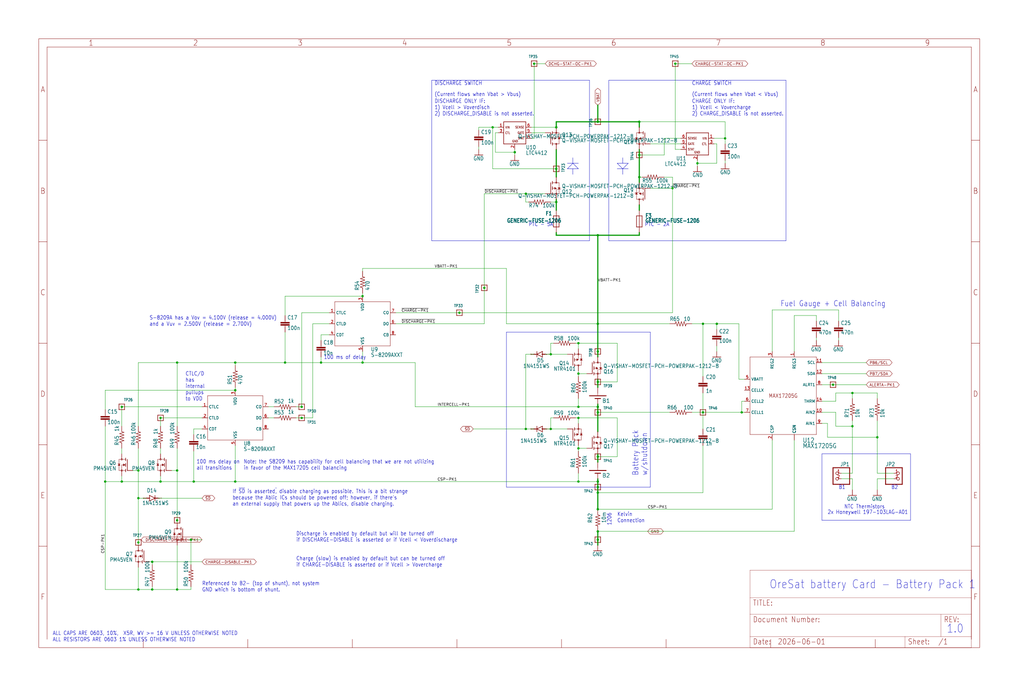
<source format=kicad_sch>
(kicad_sch (version 20230121) (generator eeschema)
  (paper "User" 469.9 317.627)
  (junction (at 274.32 209.55))
  (junction (at 107.95 166.37))
  (junction (at 166.37 135.89))
  (junction (at 147.32 166.37))
  (junction (at 322.58 148.59))
  (junction (at 81.28 166.37))
  (junction (at 87.63 247.65))
  (junction (at 48.26 220.98))
  (junction (at 138.43 186.69))
  (junction (at 274.32 107.95))
  (junction (at 222.25 132.08))
  (junction (at 73.66 191.77))
  (junction (at 255.27 58.42))
  (junction (at 274.32 243.84))
  (junction (at 391.16 180.34))
  (junction (at 274.32 161.29))
  (junction (at 309.88 29.21))
  (junction (at 391.16 195.58))
  (junction (at 210.82 143.51))
  (junction (at 255.27 92.71))
  (junction (at 252.73 196.85))
  (junction (at 265.43 191.77))
  (junction (at 265.43 220.98))
  (junction (at 81.28 270.51))
  (junction (at 245.11 29.21))
  (junction (at 308.61 86.36))
  (junction (at 236.22 69.85))
  (junction (at 293.37 55.88))
  (junction (at 63.5 215.9))
  (junction (at 402.59 200.66))
  (junction (at 81.28 238.76))
  (junction (at 382.27 176.53))
  (junction (at 293.37 71.12))
  (junction (at 69.85 257.81))
  (junction (at 265.43 186.69))
  (junction (at 252.73 162.56))
  (junction (at 320.04 74.93))
  (junction (at 107.95 220.98))
  (junction (at 265.43 157.48))
  (junction (at 73.66 220.98))
  (junction (at 274.32 226.06))
  (junction (at 274.32 175.26))
  (junction (at 226.06 58.42))
  (junction (at 274.32 220.98))
  (junction (at 274.32 148.59))
  (junction (at 130.81 166.37))
  (junction (at 55.88 186.69))
  (junction (at 293.37 81.28))
  (junction (at 63.5 248.92))
  (junction (at 332.74 63.5))
  (junction (at 81.28 215.9))
  (junction (at 274.32 55.88))
  (junction (at 274.32 189.23))
  (junction (at 166.37 166.37))
  (junction (at 69.85 270.51))
  (junction (at 322.58 189.23))
  (junction (at 255.27 77.47))
  (junction (at 55.88 220.98))
  (junction (at 340.36 189.23))
  (junction (at 138.43 191.77))
  (junction (at 88.9 220.98))
  (junction (at 63.5 228.6))
  (junction (at 274.32 233.68))
  (junction (at 241.3 196.85))
  (junction (at 328.93 148.59))
  (junction (at 274.32 186.69))
  (junction (at 63.5 270.51))
  (junction (at 241.3 88.9))
  (junction (at 265.43 205.74))
  (junction (at 274.32 247.65))
  (junction (at 107.95 179.07))
  (junction (at 274.32 223.52))
  (junction (at 265.43 171.45))
  (wire (pts (xy 87.63 270.51) (xy 87.63 269.24)) (stroke (width 0.1524)))
  (polyline (pts (xy 270.51 36.83) (xy 270.51 110.49)) (stroke (width 0.1524) (type solid)))
  (wire (pts (xy 269.24 205.74) (xy 265.43 205.74)) (stroke (width 0.1524)))
  (wire (pts (xy 383.54 189.23) (xy 383.54 195.58)) (stroke (width 0.1524)))
  (polyline (pts (xy 377.19 238.76) (xy 417.83 238.76)) (stroke (width 0.1524) (type solid)))
  (wire (pts (xy 190.5 166.37) (xy 166.37 166.37)) (stroke (width 0.1524)))
  (wire (pts (xy 391.16 217.17) (xy 386.08 217.17)) (stroke (width 0.1524)))
  (wire (pts (xy 181.61 148.59) (xy 222.25 148.59)) (stroke (width 0.1524)))
  (wire (pts (xy 135.89 186.69) (xy 138.43 186.69)) (stroke (width 0.1524)))
  (wire (pts (xy 328.93 66.04) (xy 328.93 74.93)) (stroke (width 0.1524)))
  (wire (pts (xy 340.36 189.23) (xy 340.36 184.15)) (stroke (width 0.1524)))
  (wire (pts (xy 63.5 195.58) (xy 63.5 166.37)) (stroke (width 0.1524)))
  (wire (pts (xy 341.63 189.23) (xy 340.36 189.23)) (stroke (width 0.1524)))
  (wire (pts (xy 327.66 66.04) (xy 328.93 66.04)) (stroke (width 0.1524)))
  (wire (pts (xy 332.74 73.66) (xy 332.74 74.93)) (stroke (width 0.1524)))
  (wire (pts (xy 55.88 195.58) (xy 55.88 186.69)) (stroke (width 0.1524)))
  (wire (pts (xy 274.32 185.42) (xy 274.32 186.69)) (stroke (width 0.508)))
  (wire (pts (xy 265.43 157.48) (xy 283.21 157.48)) (stroke (width 0.1524)))
  (wire (pts (xy 252.73 157.48) (xy 252.73 162.56)) (stroke (width 0.1524)))
  (wire (pts (xy 130.81 166.37) (xy 130.81 152.4)) (stroke (width 0.1524)))
  (wire (pts (xy 274.32 219.71) (xy 274.32 220.98)) (stroke (width 0.508)))
  (wire (pts (xy 341.63 173.99) (xy 339.09 173.99)) (stroke (width 0.1524)))
  (wire (pts (xy 107.95 220.98) (xy 107.95 204.47)) (stroke (width 0.1524)))
  (wire (pts (xy 143.51 148.59) (xy 151.13 148.59)) (stroke (width 0.1524)))
  (wire (pts (xy 123.19 191.77) (xy 125.73 191.77)) (stroke (width 0.1524)))
  (wire (pts (xy 274.32 212.09) (xy 274.32 209.55)) (stroke (width 0.508)))
  (wire (pts (xy 309.88 68.58) (xy 312.42 68.58)) (stroke (width 0.1524)))
  (wire (pts (xy 339.09 173.99) (xy 339.09 148.59)) (stroke (width 0.1524)))
  (wire (pts (xy 48.26 179.07) (xy 48.26 187.96)) (stroke (width 0.1524)))
  (wire (pts (xy 87.63 247.65) (xy 92.71 247.65)) (stroke (width 0.1524)))
  (wire (pts (xy 377.19 176.53) (xy 382.27 176.53)) (stroke (width 0.1524)))
  (wire (pts (xy 383.54 180.34) (xy 391.16 180.34)) (stroke (width 0.1524)))
  (wire (pts (xy 243.84 58.42) (xy 255.27 58.42)) (stroke (width 0.1524)))
  (wire (pts (xy 88.9 207.01) (xy 88.9 220.98)) (stroke (width 0.1524)))
  (wire (pts (xy 274.32 186.69) (xy 265.43 186.69)) (stroke (width 0.1524)))
  (wire (pts (xy 227.33 69.85) (xy 236.22 69.85)) (stroke (width 0.1524)))
  (polyline (pts (xy 260.35 77.47) (xy 262.89 77.47)) (stroke (width 0.1524) (type solid)))
  (wire (pts (xy 265.43 217.17) (xy 265.43 220.98)) (stroke (width 0.1524)))
  (polyline (pts (xy 232.41 152.4) (xy 298.45 152.4)) (stroke (width 0.1524) (type solid)))
  (wire (pts (xy 274.32 177.8) (xy 274.32 175.26)) (stroke (width 0.508)))
  (wire (pts (xy 391.16 182.88) (xy 391.16 180.34)) (stroke (width 0.1524)))
  (wire (pts (xy 48.26 220.98) (xy 48.26 270.51)) (stroke (width 0.1524)))
  (wire (pts (xy 63.5 215.9) (xy 63.5 205.74)) (stroke (width 0.1524)))
  (wire (pts (xy 384.81 142.24) (xy 384.81 147.32)) (stroke (width 0.1524)))
  (wire (pts (xy 81.28 215.9) (xy 78.74 215.9)) (stroke (width 0.1524)))
  (wire (pts (xy 402.59 217.17) (xy 410.21 217.17)) (stroke (width 0.1524)))
  (wire (pts (xy 274.32 247.65) (xy 274.32 250.19)) (stroke (width 0.508)))
  (wire (pts (xy 107.95 166.37) (xy 130.81 166.37)) (stroke (width 0.1524)))
  (wire (pts (xy 274.32 247.65) (xy 274.32 243.84)) (stroke (width 0.508)))
  (wire (pts (xy 377.19 189.23) (xy 383.54 189.23)) (stroke (width 0.1524)))
  (wire (pts (xy 81.28 215.9) (xy 81.28 238.76)) (stroke (width 0.1524)))
  (wire (pts (xy 67.31 228.6) (xy 63.5 228.6)) (stroke (width 0.1524)))
  (wire (pts (xy 210.82 143.51) (xy 181.61 143.51)) (stroke (width 0.1524)))
  (wire (pts (xy 364.49 144.78) (xy 364.49 161.29)) (stroke (width 0.1524)))
  (wire (pts (xy 274.32 55.88) (xy 293.37 55.88)) (stroke (width 0.508)))
  (wire (pts (xy 226.06 77.47) (xy 255.27 77.47)) (stroke (width 0.1524)))
  (wire (pts (xy 255.27 92.71) (xy 252.73 92.71)) (stroke (width 0.1524)))
  (wire (pts (xy 255.27 92.71) (xy 255.27 96.52)) (stroke (width 0.508)))
  (wire (pts (xy 328.93 151.13) (xy 328.93 148.59)) (stroke (width 0.1524)))
  (wire (pts (xy 130.81 135.89) (xy 130.81 144.78)) (stroke (width 0.1524)))
  (wire (pts (xy 265.43 186.69) (xy 190.5 186.69)) (stroke (width 0.1524)))
  (polyline (pts (xy 285.75 77.47) (xy 285.75 80.01)) (stroke (width 0.1524) (type solid)))
  (wire (pts (xy 304.8 63.5) (xy 304.8 71.12)) (stroke (width 0.1524)))
  (wire (pts (xy 274.32 107.95) (xy 293.37 107.95)) (stroke (width 0.508)))
  (wire (pts (xy 147.32 166.37) (xy 130.81 166.37)) (stroke (width 0.1524)))
  (wire (pts (xy 320.04 76.2) (xy 320.04 74.93)) (stroke (width 0.1524)))
  (wire (pts (xy 265.43 186.69) (xy 265.43 182.88)) (stroke (width 0.1524)))
  (wire (pts (xy 322.58 172.72) (xy 322.58 148.59)) (stroke (width 0.1524)))
  (wire (pts (xy 265.43 172.72) (xy 265.43 171.45)) (stroke (width 0.1524)))
  (wire (pts (xy 255.27 58.42) (xy 255.27 55.88)) (stroke (width 0.508)))
  (polyline (pts (xy 279.4 110.49) (xy 360.68 110.49)) (stroke (width 0.1524) (type solid)))
  (polyline (pts (xy 198.12 36.83) (xy 270.51 36.83)) (stroke (width 0.1524) (type solid)))
  (wire (pts (xy 60.96 215.9) (xy 63.5 215.9)) (stroke (width 0.1524)))
  (wire (pts (xy 92.71 186.69) (xy 55.88 186.69)) (stroke (width 0.1524)))
  (polyline (pts (xy 262.89 74.93) (xy 260.35 74.93)) (stroke (width 0.1524) (type solid)))
  (wire (pts (xy 245.11 162.56) (xy 241.3 162.56)) (stroke (width 0.1524)))
  (wire (pts (xy 283.21 175.26) (xy 283.21 157.48)) (stroke (width 0.1524)))
  (wire (pts (xy 87.63 247.65) (xy 87.63 259.08)) (stroke (width 0.1524)))
  (wire (pts (xy 264.16 157.48) (xy 265.43 157.48)) (stroke (width 0.1524)))
  (wire (pts (xy 69.85 257.81) (xy 69.85 259.08)) (stroke (width 0.1524)))
  (wire (pts (xy 250.19 88.9) (xy 241.3 88.9)) (stroke (width 0.1524)))
  (wire (pts (xy 68.58 257.81) (xy 69.85 257.81)) (stroke (width 0.1524)))
  (wire (pts (xy 252.73 162.56) (xy 260.35 162.56)) (stroke (width 0.1524)))
  (wire (pts (xy 166.37 166.37) (xy 166.37 161.29)) (stroke (width 0.1524)))
  (wire (pts (xy 166.37 166.37) (xy 147.32 166.37)) (stroke (width 0.1524)))
  (wire (pts (xy 308.61 86.36) (xy 308.61 143.51)) (stroke (width 0.1524)))
  (polyline (pts (xy 288.29 77.47) (xy 285.75 77.47)) (stroke (width 0.1524) (type solid)))
  (wire (pts (xy 166.37 123.19) (xy 232.41 123.19)) (stroke (width 0.1524)))
  (wire (pts (xy 81.28 270.51) (xy 87.63 270.51)) (stroke (width 0.1524)))
  (wire (pts (xy 274.32 233.68) (xy 354.33 233.68)) (stroke (width 0.1524)))
  (wire (pts (xy 377.19 171.45) (xy 397.51 171.45)) (stroke (width 0.1524)))
  (wire (pts (xy 391.16 219.71) (xy 386.08 219.71)) (stroke (width 0.1524)))
  (wire (pts (xy 402.59 219.71) (xy 402.59 224.79)) (stroke (width 0.1524)))
  (wire (pts (xy 374.65 147.32) (xy 374.65 144.78)) (stroke (width 0.1524)))
  (polyline (pts (xy 417.83 238.76) (xy 417.83 208.28)) (stroke (width 0.1524) (type solid)))
  (polyline (pts (xy 298.45 152.4) (xy 298.45 223.52)) (stroke (width 0.1524) (type solid)))
  (wire (pts (xy 107.95 166.37) (xy 81.28 166.37)) (stroke (width 0.1524)))
  (wire (pts (xy 48.26 220.98) (xy 48.26 195.58)) (stroke (width 0.1524)))
  (polyline (pts (xy 262.89 77.47) (xy 262.89 80.01)) (stroke (width 0.1524) (type solid)))
  (polyline (pts (xy 265.43 77.47) (xy 262.89 74.93)) (stroke (width 0.1524) (type solid)))
  (wire (pts (xy 293.37 55.88) (xy 293.37 58.42)) (stroke (width 0.508)))
  (wire (pts (xy 382.27 176.53) (xy 397.51 176.53)) (stroke (width 0.1524)))
  (wire (pts (xy 322.58 189.23) (xy 340.36 189.23)) (stroke (width 0.1524)))
  (wire (pts (xy 274.32 163.83) (xy 274.32 161.29)) (stroke (width 0.508)))
  (wire (pts (xy 243.84 60.96) (xy 250.19 60.96)) (stroke (width 0.1524)))
  (wire (pts (xy 147.32 156.21) (xy 147.32 153.67)) (stroke (width 0.1524)))
  (wire (pts (xy 241.3 162.56) (xy 241.3 196.85)) (stroke (width 0.1524)))
  (wire (pts (xy 255.27 91.44) (xy 255.27 92.71)) (stroke (width 0.508)))
  (wire (pts (xy 241.3 88.9) (xy 222.25 88.9)) (stroke (width 0.1524)))
  (wire (pts (xy 255.27 107.95) (xy 274.32 107.95)) (stroke (width 0.508)))
  (wire (pts (xy 274.32 198.12) (xy 274.32 189.23)) (stroke (width 0.508)))
  (wire (pts (xy 138.43 143.51) (xy 151.13 143.51)) (stroke (width 0.1524)))
  (wire (pts (xy 265.43 191.77) (xy 283.21 191.77)) (stroke (width 0.1524)))
  (polyline (pts (xy 285.75 77.47) (xy 283.21 77.47)) (stroke (width 0.1524) (type solid)))
  (wire (pts (xy 250.19 196.85) (xy 252.73 196.85)) (stroke (width 0.1524)))
  (polyline (pts (xy 265.43 74.93) (xy 262.89 74.93)) (stroke (width 0.1524) (type solid)))
  (wire (pts (xy 265.43 157.48) (xy 265.43 160.02)) (stroke (width 0.1524)))
  (wire (pts (xy 63.5 270.51) (xy 63.5 260.35)) (stroke (width 0.1524)))
  (wire (pts (xy 250.19 162.56) (xy 252.73 162.56)) (stroke (width 0.1524)))
  (wire (pts (xy 232.41 148.59) (xy 274.32 148.59)) (stroke (width 0.1524)))
  (wire (pts (xy 377.19 166.37) (xy 397.51 166.37)) (stroke (width 0.1524)))
  (wire (pts (xy 92.71 196.85) (xy 88.9 196.85)) (stroke (width 0.1524)))
  (wire (pts (xy 69.85 257.81) (xy 92.71 257.81)) (stroke (width 0.1524)))
  (wire (pts (xy 166.37 135.89) (xy 166.37 134.62)) (stroke (width 0.1524)))
  (wire (pts (xy 293.37 81.28) (xy 293.37 71.12)) (stroke (width 0.508)))
  (wire (pts (xy 265.43 204.47) (xy 265.43 205.74)) (stroke (width 0.1524)))
  (polyline (pts (xy 262.89 74.93) (xy 260.35 77.47)) (stroke (width 0.1524) (type solid)))
  (wire (pts (xy 219.71 59.69) (xy 219.71 58.42)) (stroke (width 0.1524)))
  (wire (pts (xy 48.26 270.51) (xy 63.5 270.51)) (stroke (width 0.1524)))
  (wire (pts (xy 73.66 220.98) (xy 88.9 220.98)) (stroke (width 0.1524)))
  (wire (pts (xy 354.33 201.93) (xy 354.33 233.68)) (stroke (width 0.1524)))
  (polyline (pts (xy 262.89 77.47) (xy 265.43 77.47)) (stroke (width 0.1524) (type solid)))
  (wire (pts (xy 135.89 191.77) (xy 138.43 191.77)) (stroke (width 0.1524)))
  (wire (pts (xy 107.95 179.07) (xy 107.95 177.8)) (stroke (width 0.1524)))
  (wire (pts (xy 308.61 81.28) (xy 308.61 86.36)) (stroke (width 0.1524)))
  (wire (pts (xy 377.19 184.15) (xy 383.54 184.15)) (stroke (width 0.1524)))
  (wire (pts (xy 293.37 107.95) (xy 293.37 106.68)) (stroke (width 0.508)))
  (wire (pts (xy 63.5 215.9) (xy 63.5 228.6)) (stroke (width 0.1524)))
  (wire (pts (xy 254 191.77) (xy 252.73 191.77)) (stroke (width 0.1524)))
  (wire (pts (xy 391.16 180.34) (xy 402.59 180.34)) (stroke (width 0.1524)))
  (wire (pts (xy 328.93 74.93) (xy 320.04 74.93)) (stroke (width 0.1524)))
  (polyline (pts (xy 232.41 223.52) (xy 298.45 223.52)) (stroke (width 0.1524) (type solid)))
  (wire (pts (xy 274.32 148.59) (xy 307.34 148.59)) (stroke (width 0.1524)))
  (wire (pts (xy 402.59 180.34) (xy 402.59 182.88)) (stroke (width 0.1524)))
  (wire (pts (xy 274.32 175.26) (xy 274.32 173.99)) (stroke (width 0.508)))
  (wire (pts (xy 274.32 189.23) (xy 307.34 189.23)) (stroke (width 0.1524)))
  (wire (pts (xy 264.16 191.77) (xy 265.43 191.77)) (stroke (width 0.1524)))
  (wire (pts (xy 255.27 55.88) (xy 274.32 55.88)) (stroke (width 0.508)))
  (wire (pts (xy 274.32 226.06) (xy 274.32 223.52)) (stroke (width 0.508)))
  (wire (pts (xy 48.26 220.98) (xy 55.88 220.98)) (stroke (width 0.1524)))
  (wire (pts (xy 72.39 228.6) (xy 92.71 228.6)) (stroke (width 0.1524)))
  (wire (pts (xy 81.28 238.76) (xy 81.28 240.03)) (stroke (width 0.1524)))
  (wire (pts (xy 402.59 200.66) (xy 402.59 193.04)) (stroke (width 0.1524)))
  (wire (pts (xy 226.06 58.42) (xy 219.71 58.42)) (stroke (width 0.1524)))
  (wire (pts (xy 123.19 186.69) (xy 125.73 186.69)) (stroke (width 0.1524)))
  (wire (pts (xy 73.66 218.44) (xy 73.66 220.98)) (stroke (width 0.1524)))
  (wire (pts (xy 298.45 66.04) (xy 312.42 66.04)) (stroke (width 0.1524)))
  (wire (pts (xy 107.95 179.07) (xy 48.26 179.07)) (stroke (width 0.1524)))
  (wire (pts (xy 241.3 196.85) (xy 245.11 196.85)) (stroke (width 0.1524)))
  (polyline (pts (xy 232.41 152.4) (xy 232.41 223.52)) (stroke (width 0.1524) (type solid)))
  (wire (pts (xy 69.85 270.51) (xy 81.28 270.51)) (stroke (width 0.1524)))
  (wire (pts (xy 308.61 86.36) (xy 298.45 86.36)) (stroke (width 0.1524)))
  (wire (pts (xy 245.11 63.5) (xy 245.11 29.21)) (stroke (width 0.1524)))
  (wire (pts (xy 274.32 223.52) (xy 274.32 220.98)) (stroke (width 0.508)))
  (polyline (pts (xy 417.83 208.28) (xy 377.19 208.28)) (stroke (width 0.1524) (type solid)))
  (wire (pts (xy 383.54 195.58) (xy 391.16 195.58)) (stroke (width 0.1524)))
  (wire (pts (xy 81.28 166.37) (xy 63.5 166.37)) (stroke (width 0.1524)))
  (wire (pts (xy 340.36 184.15) (xy 341.63 184.15)) (stroke (width 0.1524)))
  (wire (pts (xy 328.93 148.59) (xy 339.09 148.59)) (stroke (width 0.1524)))
  (wire (pts (xy 364.49 201.93) (xy 364.49 243.84)) (stroke (width 0.1524)))
  (polyline (pts (xy 360.68 36.83) (xy 360.68 110.49)) (stroke (width 0.1524) (type solid)))
  (wire (pts (xy 232.41 148.59) (xy 232.41 123.19)) (stroke (width 0.1524)))
  (wire (pts (xy 274.32 55.88) (xy 274.32 48.26)) (stroke (width 0.508)))
  (wire (pts (xy 228.6 60.96) (xy 227.33 60.96)) (stroke (width 0.1524)))
  (wire (pts (xy 322.58 189.23) (xy 322.58 180.34)) (stroke (width 0.1524)))
  (wire (pts (xy 222.25 88.9) (xy 222.25 132.08)) (stroke (width 0.1524)))
  (wire (pts (xy 245.11 29.21) (xy 250.19 29.21)) (stroke (width 0.1524)))
  (wire (pts (xy 308.61 143.51) (xy 210.82 143.51)) (stroke (width 0.1524)))
  (polyline (pts (xy 198.12 110.49) (xy 198.12 36.83)) (stroke (width 0.1524) (type solid)))
  (wire (pts (xy 226.06 77.47) (xy 226.06 58.42)) (stroke (width 0.1524)))
  (wire (pts (xy 147.32 153.67) (xy 151.13 153.67)) (stroke (width 0.1524)))
  (polyline (pts (xy 262.89 74.93) (xy 262.89 72.39)) (stroke (width 0.1524) (type solid)))
  (wire (pts (xy 293.37 96.52) (xy 293.37 93.98)) (stroke (width 0.508)))
  (polyline (pts (xy 377.19 208.28) (xy 377.19 238.76)) (stroke (width 0.1524) (type solid)))
  (wire (pts (xy 317.5 189.23) (xy 322.58 189.23)) (stroke (width 0.1524)))
  (wire (pts (xy 322.58 148.59) (xy 328.93 148.59)) (stroke (width 0.1524)))
  (wire (pts (xy 190.5 186.69) (xy 190.5 166.37)) (stroke (width 0.1524)))
  (polyline (pts (xy 279.4 36.83) (xy 279.4 110.49)) (stroke (width 0.1524) (type solid)))
  (wire (pts (xy 147.32 166.37) (xy 147.32 163.83)) (stroke (width 0.1524)))
  (wire (pts (xy 309.88 29.21) (xy 317.5 29.21)) (stroke (width 0.1524)))
  (wire (pts (xy 241.3 92.71) (xy 242.57 92.71)) (stroke (width 0.1524)))
  (wire (pts (xy 391.16 195.58) (xy 391.16 193.04)) (stroke (width 0.1524)))
  (wire (pts (xy 55.88 208.28) (xy 55.88 205.74)) (stroke (width 0.1524)))
  (wire (pts (xy 63.5 228.6) (xy 63.5 248.92)) (stroke (width 0.1524)))
  (wire (pts (xy 73.66 205.74) (xy 73.66 208.28)) (stroke (width 0.1524)))
  (wire (pts (xy 241.3 196.85) (xy 217.17 196.85)) (stroke (width 0.1524)))
  (wire (pts (xy 294.64 81.28) (xy 293.37 81.28)) (stroke (width 0.1524)))
  (wire (pts (xy 138.43 186.69) (xy 138.43 143.51)) (stroke (width 0.1524)))
  (wire (pts (xy 265.43 220.98) (xy 107.95 220.98)) (stroke (width 0.1524)))
  (wire (pts (xy 354.33 161.29) (xy 354.33 142.24)) (stroke (width 0.1524)))
  (wire (pts (xy 265.43 171.45) (xy 265.43 170.18)) (stroke (width 0.1524)))
  (wire (pts (xy 265.43 191.77) (xy 265.43 194.31)) (stroke (width 0.1524)))
  (wire (pts (xy 379.73 194.31) (xy 379.73 200.66)) (stroke (width 0.1524)))
  (wire (pts (xy 63.5 248.92) (xy 63.5 250.19)) (stroke (width 0.1524)))
  (wire (pts (xy 252.73 196.85) (xy 260.35 196.85)) (stroke (width 0.1524)))
  (wire (pts (xy 227.33 60.96) (xy 227.33 69.85)) (stroke (width 0.1524)))
  (wire (pts (xy 274.32 209.55) (xy 274.32 208.28)) (stroke (width 0.508)))
  (wire (pts (xy 55.88 220.98) (xy 73.66 220.98)) (stroke (width 0.1524)))
  (wire (pts (xy 236.22 71.12) (xy 236.22 69.85)) (stroke (width 0.1524)))
  (wire (pts (xy 63.5 270.51) (xy 69.85 270.51)) (stroke (width 0.1524)))
  (wire (pts (xy 283.21 191.77) (xy 283.21 209.55)) (stroke (width 0.1524)))
  (wire (pts (xy 379.73 200.66) (xy 402.59 200.66)) (stroke (width 0.1524)))
  (wire (pts (xy 255.27 77.47) (xy 255.27 81.28)) (stroke (width 0.508)))
  (polyline (pts (xy 288.29 74.93) (xy 285.75 77.47)) (stroke (width 0.1524) (type solid)))
  (wire (pts (xy 327.66 63.5) (xy 332.74 63.5)) (stroke (width 0.1524)))
  (wire (pts (xy 254 157.48) (xy 252.73 157.48)) (stroke (width 0.1524)))
  (wire (pts (xy 138.43 191.77) (xy 143.51 191.77)) (stroke (width 0.1524)))
  (wire (pts (xy 383.54 184.15) (xy 383.54 180.34)) (stroke (width 0.1524)))
  (wire (pts (xy 374.65 156.21) (xy 374.65 154.94)) (stroke (width 0.1524)))
  (wire (pts (xy 410.21 219.71) (xy 402.59 219.71)) (stroke (width 0.1524)))
  (wire (pts (xy 73.66 195.58) (xy 73.66 191.77)) (stroke (width 0.1524)))
  (polyline (pts (xy 285.75 74.93) (xy 288.29 74.93)) (stroke (width 0.1524) (type solid)))
  (wire (pts (xy 322.58 204.47) (xy 322.58 226.06)) (stroke (width 0.1524)))
  (wire (pts (xy 309.88 29.21) (xy 309.88 68.58)) (stroke (width 0.1524)))
  (wire (pts (xy 81.28 270.51) (xy 81.28 250.19)) (stroke (width 0.1524)))
  (wire (pts (xy 228.6 58.42) (xy 226.06 58.42)) (stroke (width 0.1524)))
  (wire (pts (xy 88.9 196.85) (xy 88.9 199.39)) (stroke (width 0.1524)))
  (wire (pts (xy 274.32 189.23) (xy 274.32 186.69)) (stroke (width 0.508)))
  (wire (pts (xy 265.43 205.74) (xy 265.43 207.01)) (stroke (width 0.1524)))
  (wire (pts (xy 274.32 161.29) (xy 274.32 148.59)) (stroke (width 0.508)))
  (wire (pts (xy 283.21 209.55) (xy 274.32 209.55)) (stroke (width 0.1524)))
  (wire (pts (xy 377.19 194.31) (xy 379.73 194.31)) (stroke (width 0.1524)))
  (wire (pts (xy 384.81 156.21) (xy 384.81 154.94)) (stroke (width 0.1524)))
  (polyline (pts (xy 285.75 77.47) (xy 283.21 74.93)) (stroke (width 0.1524) (type solid)))
  (wire (pts (xy 304.8 71.12) (xy 293.37 71.12)) (stroke (width 0.1524)))
  (wire (pts (xy 86.36 247.65) (xy 87.63 247.65)) (stroke (width 0.1524)))
  (wire (pts (xy 320.04 74.93) (xy 320.04 73.66)) (stroke (width 0.1524)))
  (wire (pts (xy 274.32 107.95) (xy 274.32 148.59)) (stroke (width 0.508)))
  (wire (pts (xy 81.28 215.9) (xy 81.28 205.74)) (stroke (width 0.1524)))
  (wire (pts (xy 166.37 124.46) (xy 166.37 123.19)) (stroke (width 0.1524)))
  (wire (pts (xy 243.84 63.5) (xy 245.11 63.5)) (stroke (width 0.1524)))
  (wire (pts (xy 317.5 148.59) (xy 322.58 148.59)) (stroke (width 0.1524)))
  (wire (pts (xy 69.85 269.24) (xy 69.85 270.51)) (stroke (width 0.1524)))
  (polyline (pts (xy 279.4 36.83) (xy 360.68 36.83)) (stroke (width 0.1524) (type solid)))
  (wire (pts (xy 274.32 220.98) (xy 265.43 220.98)) (stroke (width 0.1524)))
  (wire (pts (xy 55.88 218.44) (xy 55.88 220.98)) (stroke (width 0.1524)))
  (wire (pts (xy 332.74 63.5) (xy 332.74 66.04)) (stroke (width 0.1524)))
  (wire (pts (xy 354.33 142.24) (xy 384.81 142.24)) (stroke (width 0.1524)))
  (wire (pts (xy 391.16 195.58) (xy 391.16 217.17)) (stroke (width 0.1524)))
  (wire (pts (xy 402.59 200.66) (xy 402.59 217.17)) (stroke (width 0.1524)))
  (wire (pts (xy 274.32 226.06) (xy 274.32 233.68)) (stroke (width 0.508)))
  (wire (pts (xy 293.37 83.82) (xy 293.37 81.28)) (stroke (width 0.508)))
  (wire (pts (xy 252.73 191.77) (xy 252.73 196.85)) (stroke (width 0.1524)))
  (polyline (pts (xy 285.75 74.93) (xy 285.75 72.39)) (stroke (width 0.1524) (type solid)))
  (wire (pts (xy 222.25 148.59) (xy 222.25 132.08)) (stroke (width 0.1524)))
  (wire (pts (xy 274.32 175.26) (xy 283.21 175.26)) (stroke (width 0.1524)))
  (wire (pts (xy 255.27 106.68) (xy 255.27 107.95)) (stroke (width 0.508)))
  (wire (pts (xy 274.32 226.06) (xy 322.58 226.06)) (stroke (width 0.1524)))
  (wire (pts (xy 269.24 171.45) (xy 265.43 171.45)) (stroke (width 0.1524)))
  (wire (pts (xy 322.58 196.85) (xy 322.58 189.23)) (stroke (width 0.1524)))
  (polyline (pts (xy 283.21 74.93) (xy 285.75 74.93)) (stroke (width 0.1524) (type solid)))
  (wire (pts (xy 92.71 191.77) (xy 73.66 191.77)) (stroke (width 0.1524)))
  (wire (pts (xy 312.42 63.5) (xy 304.8 63.5)) (stroke (width 0.1524)))
  (wire (pts (xy 166.37 135.89) (xy 130.81 135.89)) (stroke (width 0.1524)))
  (wire (pts (xy 328.93 158.75) (xy 328.93 161.29)) (stroke (width 0.1524)))
  (wire (pts (xy 81.28 195.58) (xy 81.28 166.37)) (stroke (width 0.1524)))
  (wire (pts (xy 293.37 68.58) (xy 293.37 71.12)) (stroke (width 0.508)))
  (wire (pts (xy 107.95 167.64) (xy 107.95 166.37)) (stroke (width 0.1524)))
  (wire (pts (xy 143.51 191.77) (xy 143.51 148.59)) (stroke (width 0.1524)))
  (wire (pts (xy 391.16 219.71) (xy 391.16 224.79)) (stroke (width 0.1524)))
  (wire (pts (xy 274.32 243.84) (xy 364.49 243.84)) (stroke (width 0.1524)))
  (wire (pts (xy 293.37 55.88) (xy 332.74 55.88)) (stroke (width 0.1524)))
  (wire (pts (xy 255.27 68.58) (xy 255.27 77.47)) (stroke (width 0.508)))
  (wire (pts (xy 241.3 88.9) (xy 241.3 92.71)) (stroke (width 0.1524)))
  (wire (pts (xy 236.22 69.85) (xy 236.22 68.58)) (stroke (width 0.1524)))
  (wire (pts (xy 88.9 220.98) (xy 107.95 220.98)) (stroke (width 0.1524)))
  (polyline (pts (xy 270.51 110.49) (xy 198.12 110.49)) (stroke (width 0.1524) (type solid)))
  (wire (pts (xy 304.8 81.28) (xy 308.61 81.28)) (stroke (width 0.1524)))
  (wire (pts (xy 374.65 144.78) (xy 364.49 144.78)) (stroke (width 0.1524)))
  (wire (pts (xy 332.74 55.88) (xy 332.74 63.5)) (stroke (width 0.1524)))
  (wire (pts (xy 219.71 67.31) (xy 219.71 68.58)) (stroke (width 0.1524)))
  (text "NTC Thermistors" (at 387.35 233.68 0) (effects (font (size 1.778 1.5113)) (justify left bottom)))
  (text "CHARGE ONLY IF:\n1) Vcell < Vovercharge\n2) CHARGE_DISABLE is not asserted." (at 317.5 53.34 0) (effects (font (size 1.778 1.5113)) (justify left bottom)))
  (text "Charge (slow) is enabled by default but can be turned off\nif CHARGE-DISABLE is asserted or if Vcell > Vovercharge" (at 135.89 260.35 0) (effects (font (size 1.778 1.5113)) (justify left bottom)))
  (text "DISCHARGE SWITCH" (at 199.39 39.37 0) (effects (font (size 1.778 1.5113)) (justify left bottom)))
  (text "Battery Pack\nw/shutdown" (at 297.18 218.44 90) (effects (font (size 2.54 2.159)) (justify left bottom)))
  (text "100 ms of delay" (at 148.59 165.1 0) (effects (font (size 1.778 1.5113)) (justify left bottom)))
  (text "(Current flows when Vbat < Vbus)" (at 317.5 44.45 0) (effects (font (size 1.778 1.5113)) (justify left bottom)))
  (text "ALL CAPS ARE 0603, 10%,  X5R, WV >= 16 V UNLESS OTHERWISE NOTED\nALL RESISTORS ARE 0603 1% UNLESS OTHERWISE NOTED" (at 24.13 294.64 0) (effects (font (size 1.778 1.5113)) (justify left bottom)))
  (text "1.0" (at 434.34 290.83 0) (effects (font (size 3.81 3.2385)) (justify left bottom)))
  (text "PTC - 2A" (at 295.91 104.14 0) (effects (font (size 1.778 1.5113)) (justify left bottom)))
  (text "Fuel Gauge + Cell Balancing" (at 358.14 140.97 0) (effects (font (size 2.54 2.159)) (justify left bottom)))
  (text "B1" (at 384.81 224.79 0) (effects (font (size 1.778 1.5113)) (justify left bottom)))
  (text "If ~{SD} is asserted~{,} disable charging as possible. This is a bit strange\nbecause the Ablic ICs should be powered off; however, if there's\nan external supply that powers up the Ablics, disable charging." (at 106.68 232.41 0) (effects (font (size 1.778 1.5113)) (justify left bottom)))
  (text "Referenced to B2- (top of shunt), not system\nGND which is bottom of shunt." (at 92.71 271.78 0) (effects (font (size 1.778 1.5113)) (justify left bottom)))
  (text "Note: the S8209 has capability for cell balancing that we are not utilizing\nin favor of the MAX17205 cell balancing" (at 111.76 215.9 0) (effects (font (size 1.778 1.5113)) (justify left bottom)))
  (text "DISCHARGE ONLY IF:\n1) Vcell > Voverdisch\n2) DISCHARGE_DISABLE is not asserted." (at 199.39 53.34 0) (effects (font (size 1.778 1.5113)) (justify left bottom)))
  (text "Discharge is enabled by default but will be turned off\nif DISCHARGE-DISABLE is asserted or if Vcell < Voverdischarge" (at 135.89 248.92 0) (effects (font (size 1.778 1.5113)) (justify left bottom)))
  (text "OreSat battery Card - Battery Pack 1" (at 353.06 270.51 0) (effects (font (size 3.81 3.2385)) (justify left bottom)))
  (text "Kelvin\nConnection" (at 283.21 240.03 0) (effects (font (size 1.778 1.5113)) (justify left bottom)))
  (text "CTLC/D\nhas\ninternal\npullups\nto VDD" (at 85.09 184.15 0) (effects (font (size 1.778 1.5113)) (justify left bottom)))
  (text "S-8209A has a Vov = 4.100V (release = 4.000V)\nand a Vuv = 2.500V (release = 2.700V)" (at 68.58 149.86 0) (effects (font (size 1.778 1.5113)) (justify left bottom)))
  (text "CHARGE SWITCH" (at 317.5 39.37 0) (effects (font (size 1.778 1.5113)) (justify left bottom)))
  (text "1206" (at 280.67 241.3 90) (effects (font (size 1.778 1.5113)) (justify left bottom)))
  (text "PTC - 5A" (at 242.57 104.14 0) (effects (font (size 1.778 1.5113)) (justify left bottom)))
  (text "100 ms delay on\nall transitions" (at 90.17 215.9 0) (effects (font (size 1.778 1.5113)) (justify left bottom)))
  (text "2x Honeywell 197-103LAG-A01" (at 379.73 236.22 0) (effects (font (size 1.778 1.5113)) (justify left bottom)))
  (text "B2" (at 408.94 224.79 0) (effects (font (size 1.778 1.5113)) (justify left bottom)))
  (text "(Current flows when Vbat > Vbus)" (at 199.39 44.45 0) (effects (font (size 1.778 1.5113)) (justify left bottom)))
  (label "~{CHARGE-PK1}" (at 184.15 143.51 0) (effects (font (size 1.2446 1.2446))))
  (label "CSP-PK1" (at 297.18 233.68 0) (effects (font (size 1.2446 1.2446))))
  (label "~{DISCHARGE-PK1}" (at 184.15 148.59 0) (effects (font (size 1.2446 1.2446))))
  (label "VBATT-PK1" (at 199.39 123.19 0) (effects (font (size 1.2446 1.2446))))
  (label "INTERCELL-PK1" (at 200.66 186.69 0) (effects (font (size 1.2446 1.2446))))
  (label "~{CHARGE-PK1}" (at 308.61 86.36 0) (effects (font (size 1.2446 1.2446))))
  (label "CSP-PK1" (at 48.26 254 90) (effects (font (size 1.2446 1.2446))))
  (label "~{DISCHARGE-PK1}" (at 222.25 88.9 0) (effects (font (size 1.2446 1.2446))))
  (label "VBATT-PK1" (at 274.32 129.54 0) (effects (font (size 1.2446 1.2446))))
  (label "CSP-PK1" (at 200.66 220.98 0) (effects (font (size 1.2446 1.2446))))
  (global_label "PB7/SDA" (shape bidirectional) (at 397.51 171.45 0) (effects (font (size 1.2446 1.2446))) (property "Intersheetrefs" "${INTERSHEET_REFS}" (effects hide)))
  (global_label "GND" (shape bidirectional) (at 297.18 243.84 0) (effects (font (size 1.2446 1.2446))) (property "Intersheetrefs" "${INTERSHEET_REFS}" (effects hide)))
  (global_label "~{SD}" (shape bidirectional) (at 217.17 196.85 180) (effects (font (size 1.2446 1.2446))) (property "Intersheetrefs" "${INTERSHEET_REFS}" (effects hide)))
  (global_label "ALERTA-PK1" (shape bidirectional) (at 397.51 176.53 0) (effects (font (size 1.2446 1.2446))) (property "Intersheetrefs" "${INTERSHEET_REFS}" (effects hide)))
  (global_label "VBAT" (shape bidirectional) (at 274.32 48.26 90) (effects (font (size 1.2446 1.2446))) (property "Intersheetrefs" "${INTERSHEET_REFS}" (effects hide)))
  (global_label "CHARGE-DISABLE-PK1" (shape bidirectional) (at 92.71 257.81 0) (effects (font (size 1.2446 1.2446))) (property "Intersheetrefs" "${INTERSHEET_REFS}" (effects hide)))
  (global_label "~{SD}" (shape bidirectional) (at 92.71 228.6 0) (effects (font (size 1.2446 1.2446))) (property "Intersheetrefs" "${INTERSHEET_REFS}" (effects hide)))
  (global_label "CHARGE-STAT-OC-PK1" (shape bidirectional) (at 317.5 29.21 0) (effects (font (size 1.2446 1.2446))) (property "Intersheetrefs" "${INTERSHEET_REFS}" (effects hide)))
  (global_label "DISCHARGE-DISABLE-PK1" (shape bidirectional) (at 92.71 247.65 180) (effects (font (size 1.2446 1.2446))) (property "Intersheetrefs" "${INTERSHEET_REFS}" (effects hide)))
  (global_label "PB6/SCL" (shape bidirectional) (at 397.51 166.37 0) (effects (font (size 1.2446 1.2446))) (property "Intersheetrefs" "${INTERSHEET_REFS}" (effects hide)))
  (global_label "DCHG-STAT-OC-PK1" (shape bidirectional) (at 250.19 29.21 0) (effects (font (size 1.2446 1.2446))) (property "Intersheetrefs" "${INTERSHEET_REFS}" (effects hide)))
  (symbol (lib_id "oresat-batteries-eagle-import:P-MOSFET-SOT23-3") (at 262.89 199.39 0) (unit 1)
    (property "Reference" "Q15" (at 256.54 201.93 0) (effects (font (size 1.778 1.5113)) (justify left bottom)))
    (property "Value" "NTR4101" (at 254 204.47 0) (effects (font (size 1.778 1.5113)) (justify left bottom)))
    (property "Footprint" "oresat-batteries:SOT23-3" (effects hide))
    (property "DIS" "Digi-Key" (effects hide))
    (property "DPN" "NTR4101PT1GOSCT-ND" (effects hide))
    (property "MFR" "ON Semi" (effects hide))
    (property "MPN" "NTR4101PT1G" (effects hide))
  )
  (symbol (lib_id "oresat-batteries-eagle-import:TEST-POINT-LARGE-SQUARE") (at 322.58 189.23 0) (mirror y) (unit 1)
    (property "Reference" "TP46" (at 325.12 187.96 0) (effects (font (size 1.27 1.0795)) (justify right bottom)))
    (property "Value" "TEST-POINT-LARGE-SQUARE" (effects hide))
    (property "Footprint" "oresat-batteries:1X01" (effects hide))
  )
  (symbol (lib_id "oresat-batteries-eagle-import:frames_FRAME_B_L") (at 344.17 297.18 0) (unit 2)
    (property "Reference" "#FRAME4" (effects hide))
    (property "Value" "FRAME_B_L" (effects hide))
  )
  (symbol (lib_id "oresat-batteries-eagle-import:supply1_GND") (at 236.22 73.66 0) (unit 1)
    (property "Reference" "#GND045" (effects hide))
    (property "Value" "GND" (at 233.68 76.2 0) (effects (font (size 1.778 1.5113)) (justify left bottom)))
  )
  (symbol (lib_id "oresat-batteries-eagle-import:Q-VISHAY-MOSFET-PCH-POWERPAK-1212-8") (at 295.91 88.9 0) (mirror y) (unit 1)
    (property "Reference" "Q19" (at 290.83 88.265 0) (effects (font (size 1.778 1.5113)) (justify left bottom)))
    (property "Value" "Q-VISHAY-MOSFET-PCH-POWERPAK-1212-8" (at 290.83 90.805 0) (effects (font (size 1.778 1.5113)) (justify left bottom)))
    (property "Footprint" "oresat-batteries:POWERPAK-1212-8" (effects hide))
    (property "DIS" "Digi-Key" (effects hide))
    (property "DPN" "SI7625DN-T1-GE3CT-ND" (effects hide))
    (property "MFR" "Vishay" (effects hide))
    (property "MPN" "SI7625DN-T1-GE3" (effects hide))
  )
  (symbol (lib_id "oresat-batteries-eagle-import:N-MOSFET-SOT-23-3") (at 76.2 213.36 0) (mirror y) (unit 1)
    (property "Reference" "Q8" (at 71.12 213.36 0) (effects (font (size 1.778 1.5113)) (justify left bottom)))
    (property "Value" "PM45VEN" (at 71.12 215.9 0) (effects (font (size 1.778 1.5113)) (justify left bottom)))
    (property "Footprint" "oresat-batteries:SOT23-3" (effects hide))
    (property "DIS" "Digi-Key" (effects hide))
    (property "DPN" "1727-2307-1-ND" (effects hide))
    (property "MFR" "Nexperia" (effects hide))
    (property "MPN" "PMV45EN2R" (effects hide))
  )
  (symbol (lib_id "oresat-batteries-eagle-import:DIODE-SOD323-R") (at 247.65 162.56 0) (mirror y) (unit 1)
    (property "Reference" "D5" (at 246.38 166.37 0) (effects (font (size 1.778 1.5113)) (justify right bottom)))
    (property "Value" "1N4151WS" (at 240.03 168.91 0) (effects (font (size 1.778 1.5113)) (justify right bottom)))
    (property "Footprint" "oresat-batteries:SOD323-R" (effects hide))
    (property "DIS" "Digi-Key" (effects hide))
    (property "DPN" "112-1N4151WS-E3-08CT-ND " (effects hide))
    (property "MFR" "Vishay" (effects hide))
    (property "MPN" "1N4151WS-E3-08" (effects hide))
  )
  (symbol (lib_id "oresat-batteries-eagle-import:GENERIC-FUSE-1206") (at 255.27 101.6 90) (unit 1)
    (property "Reference" "F1" (at 250.19 99.06 90) (effects (font (size 1.778 1.5113) bold) (justify right top)))
    (property "Value" "GENERIC-FUSE-1206" (at 232.41 102.362 90) (effects (font (size 1.778 1.5113) bold) (justify right top)))
    (property "Footprint" "oresat-batteries:1206-C" (effects hide))
    (property "DIS" "Digi-Key" (effects hide))
    (property "DPN" "F9966CT-ND" (effects hide))
    (property "MFR" "LittleFuse" (effects hide))
    (property "MPN" "NANOSMD350LR-C-2" (effects hide))
  )
  (symbol (lib_id "oresat-batteries-eagle-import:R-US_0603-C-NOSILK") (at 130.81 191.77 0) (unit 1)
    (property "Reference" "R53" (at 125.73 190.2714 0) (effects (font (size 1.778 1.5113)) (justify left bottom)))
    (property "Value" "1k" (at 132.08 189.992 0) (effects (font (size 1.778 1.5113)) (justify left bottom)))
    (property "Footprint" "oresat-batteries:.0603-C-NOSILK" (effects hide))
    (property "DIS" "Yageo" (effects hide))
    (property "DPN" "RC0603JR-071KL" (effects hide))
    (property "MPN" "311-1.0KGRCT-ND" (effects hide))
  )
  (symbol (lib_id "oresat-batteries-eagle-import:C-EU0603-C-NOSILK") (at 328.93 153.67 0) (unit 1)
    (property "Reference" "C22" (at 329.946 153.035 0) (effects (font (size 1.778 1.5113)) (justify left bottom)))
    (property "Value" "100n" (at 329.946 157.353 0) (effects (font (size 1.778 1.5113)) (justify left bottom)))
    (property "Footprint" "oresat-batteries:.0603-C-NOSILK" (effects hide))
    (property "DIS" "Digi-Key" (effects hide))
    (property "DPN" "399-1099-1-ND" (effects hide))
    (property "MFR" "Kemet" (effects hide))
    (property "MPN" "C0603C104M4RACTU" (effects hide))
  )
  (symbol (lib_id "oresat-batteries-eagle-import:R-US_0603-C-NOSILK") (at 166.37 129.54 90) (unit 1)
    (property "Reference" "R54" (at 164.8714 133.35 0) (effects (font (size 1.778 1.5113)) (justify left bottom)))
    (property "Value" "470" (at 169.672 133.35 0) (effects (font (size 1.778 1.5113)) (justify left bottom)))
    (property "Footprint" "oresat-batteries:.0603-C-NOSILK" (effects hide))
    (property "DIS" "Digi-Key" (effects hide))
    (property "DPN" "311-470GRCT-ND" (effects hide))
    (property "MFR" "Yageo" (effects hide))
    (property "MPN" "RC0603JR-07470RL" (effects hide))
  )
  (symbol (lib_id "oresat-batteries-eagle-import:LTC4412") (at 236.22 60.96 0) (unit 1)
    (property "Reference" "U10" (at 241.3 68.58 0) (effects (font (size 1.778 1.5113)) (justify left bottom)))
    (property "Value" "LTC4412" (at 241.3 71.12 0) (effects (font (size 1.778 1.5113)) (justify left bottom)))
    (property "Footprint" "oresat-batteries:SOT23-6" (effects hide))
    (property "DIS" "Digi-Key" (effects hide))
    (property "DPN" "LTC4412ES6#TRPBFCT-ND" (effects hide))
    (property "MFR" "Analog Devices" (effects hide))
    (property "MPN" "LTC4412ES6#TRPBF" (effects hide))
  )
  (symbol (lib_id "oresat-batteries-eagle-import:C-EU0603-C-NOSILK") (at 147.32 158.75 0) (unit 1)
    (property "Reference" "C18" (at 148.336 158.115 0) (effects (font (size 1.778 1.5113)) (justify left bottom)))
    (property "Value" "10n" (at 148.336 162.941 0) (effects (font (size 1.778 1.5113)) (justify left bottom)))
    (property "Footprint" "oresat-batteries:.0603-C-NOSILK" (effects hide))
    (property "DIS" "Digi-Key" (effects hide))
    (property "DPN" "399-7842-1-ND" (effects hide))
    (property "MFR" "Kemet" (effects hide))
    (property "MPN" "C0603C103M5RACTU" (effects hide))
  )
  (symbol (lib_id "oresat-batteries-eagle-import:GENERIC-FUSE-1206") (at 293.37 101.6 90) (unit 1)
    (property "Reference" "F3" (at 295.91 100.1014 90) (effects (font (size 1.778 1.5113) bold) (justify right top)))
    (property "Value" "GENERIC-FUSE-1206" (at 295.91 102.362 90) (effects (font (size 1.778 1.5113) bold) (justify right top)))
    (property "Footprint" "oresat-batteries:1206-C" (effects hide))
    (property "DIS" "Digi-Key" (effects hide))
    (property "DPN" "F9966CT-ND" (effects hide))
    (property "MFR" "LittleFuse" (effects hide))
    (property "MPN" "NANOSMD350LR-C-2" (effects hide))
  )
  (symbol (lib_id "oresat-batteries-eagle-import:Q-VISHAY-MOSFET-PCH-POWERPAK-1212-8") (at 271.78 203.2 0) (mirror x) (unit 1)
    (property "Reference" "Q17" (at 276.86 203.835 0) (effects (font (size 1.778 1.5113)) (justify left bottom)))
    (property "Value" "Q-VISHAY-MOSFET-PCH-POWERPAK-1212-8" (at 276.86 201.295 0) (effects (font (size 1.778 1.5113)) (justify left bottom)))
    (property "Footprint" "oresat-batteries:POWERPAK-1212-8" (effects hide))
    (property "DIS" "Digi-Key" (effects hide))
    (property "DPN" "SI7625DN-T1-GE3CT-ND" (effects hide))
    (property "MFR" "Vishay" (effects hide))
    (property "MPN" "SI7625DN-T1-GE3" (effects hide))
  )
  (symbol (lib_id "oresat-batteries-eagle-import:supply1_GND") (at 391.16 227.33 0) (unit 1)
    (property "Reference" "#GND055" (effects hide))
    (property "Value" "GND" (at 388.62 229.87 0) (effects (font (size 1.778 1.5113)) (justify left bottom)))
  )
  (symbol (lib_id "oresat-batteries-eagle-import:TEST-POINT-LARGE-SQUARE") (at 274.32 209.55 90) (unit 1)
    (property "Reference" "TP41" (at 276.86 212.09 90) (effects (font (size 1.27 1.0795)) (justify right top)))
    (property "Value" "TEST-POINT-LARGE-SQUARE" (effects hide))
    (property "Footprint" "oresat-batteries:1X01" (effects hide))
  )
  (symbol (lib_id "oresat-batteries-eagle-import:R-US_0603-C-NOSILK") (at 259.08 191.77 180) (unit 1)
    (property "Reference" "R59" (at 254 190.5 0) (effects (font (size 1.778 1.5113)) (justify right top)))
    (property "Value" "100k" (at 260.35 190.5 0) (effects (font (size 1.778 1.5113)) (justify right top)))
    (property "Footprint" "oresat-batteries:.0603-C-NOSILK" (effects hide))
    (property "DIS" "Digi-Key" (effects hide))
    (property "DPN" "311-1.00MHRCT-ND" (effects hide))
    (property "MFR" "Yageo" (effects hide))
    (property "MPN" "RC0603FR-071ML" (effects hide))
  )
  (symbol (lib_id "oresat-batteries-eagle-import:supply1_GND") (at 402.59 227.33 0) (unit 1)
    (property "Reference" "#GND056" (effects hide))
    (property "Value" "GND" (at 400.05 229.87 0) (effects (font (size 1.778 1.5113)) (justify left bottom)))
  )
  (symbol (lib_id "oresat-batteries-eagle-import:TEST-POINT-LARGE-SQUARE") (at 274.32 189.23 90) (unit 1)
    (property "Reference" "TP40" (at 276.86 187.96 90) (effects (font (size 1.27 1.0795)) (justify right top)))
    (property "Value" "TEST-POINT-LARGE-SQUARE" (effects hide))
    (property "Footprint" "oresat-batteries:1X01" (effects hide))
  )
  (symbol (lib_id "oresat-batteries-eagle-import:R-US_0603-C-NOSILK") (at 391.16 187.96 90) (unit 1)
    (property "Reference" "R71" (at 389.6614 191.77 0) (effects (font (size 1.778 1.5113)) (justify left bottom)))
    (property "Value" "10k" (at 394.462 191.77 0) (effects (font (size 1.778 1.5113)) (justify left bottom)))
    (property "Footprint" "oresat-batteries:.0603-C-NOSILK" (effects hide))
    (property "DIS" "Digi-Key" (effects hide))
    (property "DISTRIBUTOR" "Digi-key" (effects hide))
    (property "DPN" "311-10.0KHRCT-ND" (effects hide))
    (property "MFR" "Yageo" (effects hide))
    (property "MPN" "RC0603FR-0710KL" (effects hide))
  )
  (symbol (lib_id "oresat-batteries-eagle-import:supply1_GND") (at 384.81 158.75 0) (unit 1)
    (property "Reference" "#GND054" (effects hide))
    (property "Value" "GND" (at 382.27 161.29 0) (effects (font (size 1.778 1.5113)) (justify left bottom)))
  )
  (symbol (lib_id "oresat-batteries-eagle-import:TEST-POINT-LARGE-SQUARE") (at 63.5 248.92 0) (unit 1)
    (property "Reference" "TP27" (at 60.96 246.38 0) (effects (font (size 1.27 1.0795)) (justify left bottom)))
    (property "Value" "TEST-POINT-LARGE-SQUARE" (effects hide))
    (property "Footprint" "oresat-batteries:1X01" (effects hide))
  )
  (symbol (lib_id "oresat-batteries-eagle-import:PINHD-1X2") (at 412.75 219.71 0) (unit 1)
    (property "Reference" "JP2" (at 406.4 213.995 0) (effects (font (size 1.778 1.5113)) (justify left bottom)))
    (property "Value" "PINHD-1X2" (effects hide))
    (property "Footprint" "oresat-batteries:1X02" (effects hide))
  )
  (symbol (lib_id "oresat-batteries-eagle-import:R-US_0603-C-NOSILK") (at 130.81 186.69 0) (unit 1)
    (property "Reference" "R52" (at 125.73 185.1914 0) (effects (font (size 1.778 1.5113)) (justify left bottom)))
    (property "Value" "1k" (at 132.08 184.912 0) (effects (font (size 1.778 1.5113)) (justify left bottom)))
    (property "Footprint" "oresat-batteries:.0603-C-NOSILK" (effects hide))
    (property "DIS" "Yageo" (effects hide))
    (property "DPN" "RC0603JR-071KL" (effects hide))
    (property "MPN" "311-1.0KGRCT-ND" (effects hide))
  )
  (symbol (lib_id "oresat-batteries-eagle-import:R-US_0603-C-NOSILK") (at 107.95 172.72 90) (unit 1)
    (property "Reference" "R51" (at 106.4514 176.53 0) (effects (font (size 1.778 1.5113)) (justify left bottom)))
    (property "Value" "470" (at 111.252 176.53 0) (effects (font (size 1.778 1.5113)) (justify left bottom)))
    (property "Footprint" "oresat-batteries:.0603-C-NOSILK" (effects hide))
    (property "DIS" "Digi-Key" (effects hide))
    (property "DPN" "311-470GRCT-ND" (effects hide))
    (property "MFR" "Yageo" (effects hide))
    (property "MPN" "RC0603JR-07470RL" (effects hide))
  )
  (symbol (lib_id "oresat-batteries-eagle-import:TEST-POINT-LARGE-SQUARE") (at 274.32 247.65 90) (unit 1)
    (property "Reference" "TP43" (at 267.97 250.19 90) (effects (font (size 1.27 1.0795)) (justify right top)))
    (property "Value" "TEST-POINT-LARGE-SQUARE" (effects hide))
    (property "Footprint" "oresat-batteries:1X01" (effects hide))
  )
  (symbol (lib_id "oresat-batteries-eagle-import:R-US_0603-C-NOSILK") (at 247.65 92.71 180) (unit 1)
    (property "Reference" "R74" (at 242.57 95.25 0) (effects (font (size 1.778 1.5113)) (justify right top)))
    (property "Value" "100k" (at 248.92 95.25 0) (effects (font (size 1.778 1.5113)) (justify right top)))
    (property "Footprint" "oresat-batteries:.0603-C-NOSILK" (effects hide))
    (property "DIS" "Digi-Key" (effects hide))
    (property "DPN" "RR08P100KDCT-ND" (effects hide))
    (property "MFR" "Susumu" (effects hide))
    (property "MPN" "RR0816P-104-D" (effects hide))
  )
  (symbol (lib_id "oresat-batteries-eagle-import:C-EU0603-C-NOSILK") (at 322.58 175.26 0) (unit 1)
    (property "Reference" "C20" (at 323.85 173.99 0) (effects (font (size 1.778 1.5113)) (justify left bottom)))
    (property "Value" "1n" (at 323.85 180.34 0) (effects (font (size 1.778 1.5113)) (justify left bottom)))
    (property "Footprint" "oresat-batteries:.0603-C-NOSILK" (effects hide))
    (property "DIS" "Digi-Key" (effects hide))
    (property "DPN" "311-1080-1-ND" (effects hide))
    (property "MFR" "Yageo" (effects hide))
    (property "MPN" "CC0603KRX7R9BB102" (effects hide))
  )
  (symbol (lib_id "oresat-batteries-eagle-import:DIODE-SOD323-R") (at 247.65 196.85 0) (mirror y) (unit 1)
    (property "Reference" "D6" (at 246.38 200.66 0) (effects (font (size 1.778 1.5113)) (justify right bottom)))
    (property "Value" "1N4151WS" (at 238.76 203.2 0) (effects (font (size 1.778 1.5113)) (justify right bottom)))
    (property "Footprint" "oresat-batteries:SOD323-R" (effects hide))
    (property "DIS" "Digi-Key" (effects hide))
    (property "DPN" "112-1N4151WS-E3-08CT-ND " (effects hide))
    (property "MFR" "Vishay" (effects hide))
    (property "MPN" "1N4151WS-E3-08" (effects hide))
  )
  (symbol (lib_id "oresat-batteries-eagle-import:C-EU0603-C-NOSILK") (at 88.9 201.93 0) (unit 1)
    (property "Reference" "C16" (at 89.916 201.295 0) (effects (font (size 1.778 1.5113)) (justify left bottom)))
    (property "Value" "10n" (at 89.916 206.121 0) (effects (font (size 1.778 1.5113)) (justify left bottom)))
    (property "Footprint" "oresat-batteries:.0603-C-NOSILK" (effects hide))
    (property "DIS" "Digi-Key" (effects hide))
    (property "DPN" "399-7842-1-ND" (effects hide))
    (property "MFR" "Kemet" (effects hide))
    (property "MPN" "C0603C103M5RACTU" (effects hide))
  )
  (symbol (lib_id "oresat-batteries-eagle-import:frames_FRAME_B_L") (at 17.78 297.18 0) (unit 1)
    (property "Reference" "#FRAME4" (effects hide))
    (property "Value" "FRAME_B_L" (effects hide))
  )
  (symbol (lib_id "oresat-batteries-eagle-import:Q-VISHAY-MOSFET-PCH-POWERPAK-1212-8") (at 252.73 86.36 0) (mirror x) (unit 1)
    (property "Reference" "Q12" (at 257.81 86.995 0) (effects (font (size 1.778 1.5113)) (justify left bottom)))
    (property "Value" "Q-VISHAY-MOSFET-PCH-POWERPAK-1212-8" (at 257.81 84.455 0) (effects (font (size 1.778 1.5113)) (justify left bottom)))
    (property "Footprint" "oresat-batteries:POWERPAK-1212-8" (effects hide))
    (property "DIS" "Digi-Key" (effects hide))
    (property "DPN" "SI7625DN-T1-GE3CT-ND" (effects hide))
    (property "MFR" "Vishay" (effects hide))
    (property "MPN" "SI7625DN-T1-GE3" (effects hide))
  )
  (symbol (lib_id "oresat-batteries-eagle-import:Q-VISHAY-MOSFET-PCH-POWERPAK-1212-8") (at 295.91 63.5 180) (unit 1)
    (property "Reference" "Q18" (at 290.83 64.135 0) (effects (font (size 1.778 1.5113)) (justify left bottom)))
    (property "Value" "Q-VISHAY-MOSFET-PCH-POWERPAK-1212-8" (at 290.83 61.595 0) (effects (font (size 1.778 1.5113)) (justify left bottom)))
    (property "Footprint" "oresat-batteries:POWERPAK-1212-8" (effects hide))
    (property "DIS" "Digi-Key" (effects hide))
    (property "DPN" "SI7625DN-T1-GE3CT-ND" (effects hide))
    (property "MFR" "Vishay" (effects hide))
    (property "MPN" "SI7625DN-T1-GE3" (effects hide))
  )
  (symbol (lib_id "oresat-batteries-eagle-import:TEST-POINT-LARGE-SQUARE") (at 222.25 132.08 90) (unit 1)
    (property "Reference" "TP32" (at 219.71 134.62 0) (effects (font (size 1.27 1.0795)) (justify left bottom)))
    (property "Value" "TEST-POINT-LARGE-SQUARE" (effects hide))
    (property "Footprint" "oresat-batteries:1X01" (effects hide))
  )
  (symbol (lib_id "oresat-batteries-eagle-import:N-MOSFET-SOT-23-3") (at 83.82 245.11 0) (mirror y) (unit 1)
    (property "Reference" "Q9" (at 78.74 245.11 0) (effects (font (size 1.778 1.5113)) (justify left bottom)))
    (property "Value" "PM45VEN" (at 78.74 247.65 0) (effects (font (size 1.778 1.5113)) (justify left bottom)))
    (property "Footprint" "oresat-batteries:SOT23-3" (effects hide))
    (property "DIS" "Digi-Key" (effects hide))
    (property "DPN" "1727-2307-1-ND" (effects hide))
    (property "MFR" "Nexperia" (effects hide))
    (property "MPN" "PMV45EN2R" (effects hide))
  )
  (symbol (lib_id "oresat-batteries-eagle-import:TEST-POINT-LARGE-SQUARE") (at 293.37 71.12 90) (unit 1)
    (property "Reference" "TP44" (at 290.83 73.66 0) (effects (font (size 1.27 1.0795)) (justify left bottom)))
    (property "Value" "TEST-POINT-LARGE-SQUARE" (effects hide))
    (property "Footprint" "oresat-batteries:1X01" (effects hide))
  )
  (symbol (lib_id "oresat-batteries-eagle-import:R-US_0603-C-NOSILK") (at 312.42 148.59 180) (unit 1)
    (property "Reference" "R65" (at 307.34 147.32 0) (effects (font (size 1.778 1.5113)) (justify right top)))
    (property "Value" "10" (at 313.69 147.32 0) (effects (font (size 1.778 1.5113)) (justify right top)))
    (property "Footprint" "oresat-batteries:.0603-C-NOSILK" (effects hide))
    (property "DIS" "Digi-Key" (effects hide))
    (property "DPN" "311-10.0HRCT-ND" (effects hide))
    (property "MFR" "Yageo" (effects hide))
    (property "MPN" "RC0603FR-0710RL" (effects hide))
  )
  (symbol (lib_id "oresat-batteries-eagle-import:supply1_GND") (at 328.93 163.83 0) (unit 1)
    (property "Reference" "#GND049" (effects hide))
    (property "Value" "GND" (at 326.39 166.37 0) (effects (font (size 1.778 1.5113)) (justify left bottom)))
  )
  (symbol (lib_id "oresat-batteries-eagle-import:C-EU0603-C-NOSILK") (at 384.81 149.86 0) (unit 1)
    (property "Reference" "C25" (at 385.826 149.225 0) (effects (font (size 1.778 1.5113)) (justify left bottom)))
    (property "Value" "470n" (at 385.826 153.543 0) (effects (font (size 1.778 1.5113)) (justify left bottom)))
    (property "Footprint" "oresat-batteries:.0603-C-NOSILK" (effects hide))
    (property "DIS" "Digi-Key" (effects hide))
    (property "DPN" "399-7934-1-ND" (effects hide))
    (property "MFR" "Kemet" (effects hide))
    (property "MPN" "C0603C474K4PACTU" (effects hide))
  )
  (symbol (lib_id "oresat-batteries-eagle-import:B-18650-LI-BATTERY") (at 274.32 217.17 270) (unit 1)
    (property "Reference" "B2" (at 278.13 219.202 90) (effects (font (size 1.778 1.778)) (justify bottom)))
    (property "Value" "B-18650-LI-BATTERY" (effects hide))
    (property "Footprint" "oresat-batteries:18650" (effects hide))
    (property "DIS" "Tenergy" (effects hide))
    (property "DPN" "MH48285" (effects hide))
    (property "MFR" "Tenergy" (effects hide))
    (property "MPN" "MH48285" (effects hide))
  )
  (symbol (lib_id "oresat-batteries-eagle-import:supply1_GND") (at 374.65 158.75 0) (unit 1)
    (property "Reference" "#GND053" (effects hide))
    (property "Value" "GND" (at 372.11 161.29 0) (effects (font (size 1.778 1.5113)) (justify left bottom)))
  )
  (symbol (lib_id "oresat-batteries-eagle-import:R-US_0603-C-NOSILK") (at 81.28 200.66 270) (unit 1)
    (property "Reference" "R49" (at 80.01 205.74 0) (effects (font (size 1.778 1.5113)) (justify right top)))
    (property "Value" "100k" (at 80.01 199.39 0) (effects (font (size 1.778 1.5113)) (justify right top)))
    (property "Footprint" "oresat-batteries:.0603-C-NOSILK" (effects hide))
    (property "DIS" "Digi-Key" (effects hide))
    (property "DPN" "311-1.00MHRCT-ND" (effects hide))
    (property "MFR" "Yageo" (effects hide))
    (property "MPN" "RC0603FR-071ML" (effects hide))
  )
  (symbol (lib_id "oresat-batteries-eagle-import:R-US_0603-C-NOSILK") (at 312.42 189.23 0) (unit 1)
    (property "Reference" "R66" (at 306.07 187.96 0) (effects (font (size 1.778 1.5113)) (justify left bottom)))
    (property "Value" "100" (at 313.69 187.96 0) (effects (font (size 1.778 1.5113)) (justify left bottom)))
    (property "Footprint" "oresat-batteries:.0603-C-NOSILK" (effects hide))
    (property "DIS" "Digi-Key" (effects hide))
    (property "DPN" "311-100HRCT-ND" (effects hide))
    (property "MFR" "Yageo" (effects hide))
    (property "MPN" "RC0603FR-07100RL" (effects hide))
  )
  (symbol (lib_id "oresat-batteries-eagle-import:N-MOSFET-SOT-23-3") (at 66.04 255.27 0) (mirror y) (unit 1)
    (property "Reference" "Q7" (at 60.96 255.27 0) (effects (font (size 1.778 1.5113)) (justify left bottom)))
    (property "Value" "PM45VEN" (at 60.96 257.81 0) (effects (font (size 1.778 1.5113)) (justify left bottom)))
    (property "Footprint" "oresat-batteries:SOT23-3" (effects hide))
    (property "DIS" "Digi-Key" (effects hide))
    (property "DPN" "1727-2307-1-ND" (effects hide))
    (property "MFR" "Nexperia" (effects hide))
    (property "MPN" "PMV45EN2R" (effects hide))
  )
  (symbol (lib_id "oresat-batteries-eagle-import:DIODE-SOD323-R") (at 69.85 228.6 0) (unit 1)
    (property "Reference" "D14" (at 67.31 226.06 0) (effects (font (size 1.778 1.5113)) (justify left bottom)))
    (property "Value" "1N4151WS" (at 77.47 229.87 0) (effects (font (size 1.778 1.5113)) (justify right top)))
    (property "Footprint" "oresat-batteries:SOD323-R" (effects hide))
    (property "DIS" "Digi-Key" (effects hide))
    (property "DPN" "112-1N4151WS-E3-08CT-ND " (effects hide))
    (property "MFR" "Vishay" (effects hide))
    (property "MPN" "1N4151WS-E3-08" (effects hide))
  )
  (symbol (lib_id "oresat-batteries-eagle-import:TEST-POINT-LARGE-SQUARE") (at 274.32 223.52 90) (unit 1)
    (property "Reference" "TP42" (at 267.97 226.06 90) (effects (font (size 1.27 1.0795)) (justify right top)))
    (property "Value" "TEST-POINT-LARGE-SQUARE" (effects hide))
    (property "Footprint" "oresat-batteries:1X01" (effects hide))
  )
  (symbol (lib_id "oresat-batteries-eagle-import:TEST-POINT-LARGE-SQUARE") (at 245.11 29.21 0) (mirror y) (unit 1)
    (property "Reference" "TP35" (at 242.57 26.67 0) (effects (font (size 1.27 1.0795)) (justify right bottom)))
    (property "Value" "TEST-POINT-LARGE-SQUARE" (effects hide))
    (property "Footprint" "oresat-batteries:1X01" (effects hide))
  )
  (symbol (lib_id "oresat-batteries-eagle-import:S-8209AXXT") (at 107.95 191.77 0) (unit 1)
    (property "Reference" "U8" (at 111.76 204.47 0) (effects (font (size 1.778 1.5113)) (justify left bottom)))
    (property "Value" "S-8209AXXT" (at 111.76 207.01 0) (effects (font (size 1.778 1.5113)) (justify left bottom)))
    (property "Footprint" "oresat-batteries:TSSOP8" (effects hide))
    (property "MFR" "Ablic" (effects hide))
    (property "MPN" "S-8209AAA-T8T1U" (effects hide))
  )
  (symbol (lib_id "oresat-batteries-eagle-import:R-US_0603-C-NOSILK") (at 299.72 81.28 180) (unit 1)
    (property "Reference" "R55" (at 294.64 83.82 0) (effects (font (size 1.778 1.5113)) (justify right top)))
    (property "Value" "100k" (at 300.99 83.82 0) (effects (font (size 1.778 1.5113)) (justify right top)))
    (property "Footprint" "oresat-batteries:.0603-C-NOSILK" (effects hide))
    (property "DIS" "Digi-Key" (effects hide))
    (property "DPN" "RR08P100KDCT-ND" (effects hide))
    (property "MFR" "Susumu" (effects hide))
    (property "MPN" "RR0816P-104-D" (effects hide))
  )
  (symbol (lib_id "oresat-batteries-eagle-import:LTC4412") (at 320.04 66.04 0) (mirror y) (unit 1)
    (property "Reference" "U11" (at 314.96 73.66 0) (effects (font (size 1.778 1.5113)) (justify left bottom)))
    (property "Value" "LTC4412" (at 314.96 76.2 0) (effects (font (size 1.778 1.5113)) (justify left bottom)))
    (property "Footprint" "oresat-batteries:SOT23-6" (effects hide))
    (property "DIS" "Digi-Key" (effects hide))
    (property "DPN" "LTC4412ES6#TRPBFCT-ND" (effects hide))
    (property "MFR" "Analog Devices" (effects hide))
    (property "MPN" "LTC4412ES6#TRPBF" (effects hide))
  )
  (symbol (lib_id "oresat-batteries-eagle-import:TEST-POINT-LARGE-SQUARE") (at 274.32 161.29 90) (unit 1)
    (property "Reference" "TP38" (at 271.78 163.83 0) (effects (font (size 1.27 1.0795)) (justify left bottom)))
    (property "Value" "TEST-POINT-LARGE-SQUARE" (effects hide))
    (property "Footprint" "oresat-batteries:1X01" (effects hide))
  )
  (symbol (lib_id "oresat-batteries-eagle-import:R-US_0603-C-NOSILK") (at 265.43 212.09 270) (unit 1)
    (property "Reference" "R61" (at 263.9314 214.63 0) (effects (font (size 1.778 1.5113)) (justify right top)))
    (property "Value" "100k" (at 269.24 214.63 0) (effects (font (size 1.778 1.5113)) (justify right top)))
    (property "Footprint" "oresat-batteries:.0603-C-NOSILK" (effects hide))
    (property "DIS" "Digi-Key" (effects hide))
    (property "DPN" "311-1.00MHRCT-ND" (effects hide))
    (property "MFR" "Yageo" (effects hide))
    (property "MPN" "RC0603FR-071ML" (effects hide))
  )
  (symbol (lib_id "oresat-batteries-eagle-import:TEST-POINT-LARGE-SQUARE") (at 255.27 77.47 270) (unit 1)
    (property "Reference" "TP23" (at 257.81 74.93 0) (effects (font (size 1.27 1.0795)) (justify left bottom)))
    (property "Value" "TEST-POINT-LARGE-SQUARE" (effects hide))
    (property "Footprint" "oresat-batteries:1X01" (effects hide))
  )
  (symbol (lib_id "oresat-batteries-eagle-import:C-EU0603-C-NOSILK") (at 130.81 147.32 0) (unit 1)
    (property "Reference" "C17" (at 131.826 146.685 0) (effects (font (size 1.778 1.5113)) (justify left bottom)))
    (property "Value" "100n" (at 131.826 151.511 0) (effects (font (size 1.778 1.5113)) (justify left bottom)))
    (property "Footprint" "oresat-batteries:.0603-C-NOSILK" (effects hide))
    (property "DIS" "Digi-Key" (effects hide))
    (property "DPN" "399-1099-1-ND" (effects hide))
    (property "MFR" "Kemet" (effects hide))
    (property "MPN" "C0603C104M4RACTU" (effects hide))
  )
  (symbol (lib_id "oresat-batteries-eagle-import:TEST-POINT-LARGE-SQUARE") (at 309.88 29.21 0) (mirror y) (unit 1)
    (property "Reference" "TP45" (at 307.34 26.67 0) (effects (font (size 1.27 1.0795)) (justify right bottom)))
    (property "Value" "TEST-POINT-LARGE-SQUARE" (effects hide))
    (property "Footprint" "oresat-batteries:1X01" (effects hide))
  )
  (symbol (lib_id "oresat-batteries-eagle-import:P-MOSFET-SOT23-3") (at 262.89 165.1 0) (unit 1)
    (property "Reference" "Q14" (at 256.54 167.64 0) (effects (font (size 1.778 1.5113)) (justify left bottom)))
    (property "Value" "NTR4101" (at 254 170.18 0) (effects (font (size 1.778 1.5113)) (justify left bottom)))
    (property "Footprint" "oresat-batteries:SOT23-3" (effects hide))
    (property "DIS" "Digi-Key" (effects hide))
    (property "DPN" "NTR4101PT1GOSCT-ND" (effects hide))
    (property "MFR" "ON Semi" (effects hide))
    (property "MPN" "NTR4101PT1G" (effects hide))
  )
  (symbol (lib_id "oresat-batteries-eagle-import:supply1_GND") (at 274.32 252.73 0) (unit 1)
    (property "Reference" "#GND046" (effects hide))
    (property "Value" "GND" (at 271.78 255.27 0) (effects (font (size 1.778 1.5113)) (justify left bottom)))
  )
  (symbol (lib_id "oresat-batteries-eagle-import:TEST-POINT-LARGE-SQUARE") (at 210.82 143.51 0) (unit 1)
    (property "Reference" "TP33" (at 208.28 140.97 0) (effects (font (size 1.27 1.0795)) (justify left bottom)))
    (property "Value" "TEST-POINT-LARGE-SQUARE" (effects hide))
    (property "Footprint" "oresat-batteries:1X01" (effects hide))
  )
  (symbol (lib_id "oresat-batteries-eagle-import:C-EU0603-C-NOSILK") (at 219.71 62.23 0) (unit 1)
    (property "Reference" "C19" (at 220.726 61.595 0) (effects (font (size 1.778 1.5113)) (justify left bottom)))
    (property "Value" "100n" (at 220.726 66.421 0) (effects (font (size 1.778 1.5113)) (justify left bottom)))
    (property "Footprint" "oresat-batteries:.0603-C-NOSILK" (effects hide))
    (property "DIS" "Digi-Key" (effects hide))
    (property "DPN" "399-1099-1-ND" (effects hide))
    (property "MFR" "Kemet" (effects hide))
    (property "MPN" "C0603C104M4RACTU" (effects hide))
  )
  (symbol (lib_id "oresat-batteries-eagle-import:supply1_GND") (at 219.71 71.12 0) (unit 1)
    (property "Reference" "#GND044" (effects hide))
    (property "Value" "GND" (at 217.17 73.66 0) (effects (font (size 1.778 1.5113)) (justify left bottom)))
  )
  (symbol (lib_id "oresat-batteries-eagle-import:Q-VISHAY-MOSFET-PCH-POWERPAK-1212-8") (at 252.73 63.5 0) (unit 1)
    (property "Reference" "Q13" (at 257.81 62.865 0) (effects (font (size 1.778 1.5113)) (justify left bottom)))
    (property "Value" "Q-VISHAY-MOSFET-PCH-POWERPAK-1212-8" (at 257.81 65.405 0) (effects (font (size 1.778 1.5113)) (justify left bottom)))
    (property "Footprint" "oresat-batteries:POWERPAK-1212-8" (effects hide))
    (property "DIS" "Digi-Key" (effects hide))
    (property "DPN" "SI7625DN-T1-GE3CT-ND" (effects hide))
    (property "MFR" "Vishay" (effects hide))
    (property "MPN" "SI7625DN-T1-GE3" (effects hide))
  )
  (symbol (lib_id "oresat-batteries-eagle-import:B-18650-LI-BATTERY") (at 274.32 182.88 270) (unit 1)
    (property "Reference" "B1" (at 278.13 184.912 90) (effects (font (size 1.778 1.778)) (justify bottom)))
    (property "Value" "B-18650-LI-BATTERY" (effects hide))
    (property "Footprint" "oresat-batteries:18650" (effects hide))
    (property "DIS" "Tenergy" (effects hide))
    (property "DPN" "MH48285" (effects hide))
    (property "MFR" "Tenergy" (effects hide))
    (property "MPN" "MH48285" (effects hide))
  )
  (symbol (lib_id "oresat-batteries-eagle-import:supply1_GND") (at 332.74 77.47 0) (mirror y) (unit 1)
    (property "Reference" "#GND050" (effects hide))
    (property "Value" "GND" (at 335.28 80.01 0) (effects (font (size 1.778 1.5113)) (justify left bottom)))
  )
  (symbol (lib_id "oresat-batteries-eagle-import:TEST-POINT-LARGE-SQUARE") (at 73.66 191.77 0) (mirror y) (unit 1)
    (property "Reference" "TP28" (at 77.47 189.23 0) (effects (font (size 1.27 1.0795)) (justify left bottom)))
    (property "Value" "TEST-POINT-LARGE-SQUARE" (effects hide))
    (property "Footprint" "oresat-batteries:1X01" (effects hide))
  )
  (symbol (lib_id "oresat-batteries-eagle-import:R-US_0603-C-NOSILK") (at 63.5 200.66 90) (unit 1)
    (property "Reference" "R46" (at 62.23 204.47 0) (effects (font (size 1.778 1.5113)) (justify left bottom)))
    (property "Value" "100k" (at 62.23 199.39 0) (effects (font (size 1.778 1.5113)) (justify left bottom)))
    (property "Footprint" "oresat-batteries:.0603-C-NOSILK" (effects hide))
    (property "DIS" "Digi-Key" (effects hide))
    (property "DPN" "311-1.00MHRCT-ND" (effects hide))
    (property "MFR" "Yageo" (effects hide))
    (property "MPN" "RC0603FR-071ML" (effects hide))
  )
  (symbol (lib_id "oresat-batteries-eagle-import:S-8209AXXT") (at 166.37 148.59 0) (unit 1)
    (property "Reference" "U9" (at 170.18 161.29 0) (effects (font (size 1.778 1.5113)) (justify left bottom)))
    (property "Value" "S-8209AXXT" (at 170.18 163.83 0) (effects (font (size 1.778 1.5113)) (justify left bottom)))
    (property "Footprint" "oresat-batteries:TSSOP8" (effects hide))
    (property "MFR" "Ablic" (effects hide))
    (property "MPN" "S-8209AAA-T8T1U" (effects hide))
  )
  (symbol (lib_id "oresat-batteries-eagle-import:N-MOSFET-SOT-23-3") (at 58.42 213.36 0) (mirror y) (unit 1)
    (property "Reference" "Q6" (at 53.34 213.36 0) (effects (font (size 1.778 1.5113)) (justify left bottom)))
    (property "Value" "PM45VEN" (at 53.34 215.9 0) (effects (font (size 1.778 1.5113)) (justify left bottom)))
    (property "Footprint" "oresat-batteries:SOT23-3" (effects hide))
    (property "DIS" "Digi-Key" (effects hide))
    (property "DPN" "1727-2307-1-ND" (effects hide))
    (property "MFR" "Nexperia" (effects hide))
    (property "MPN" "PMV45EN2R" (effects hide))
  )
  (symbol (lib_id "oresat-batteries-eagle-import:PINHD-1X2") (at 383.54 219.71 0) (mirror y) (unit 1)
    (property "Reference" "JP1" (at 389.89 213.995 0) (effects (font (size 1.778 1.5113)) (justify left bottom)))
    (property "Value" "PINHD-1X2" (effects hide))
    (property "Footprint" "oresat-batteries:1X02" (effects hide))
  )
  (symbol (lib_id "oresat-batteries-eagle-import:C-EU0603-C-NOSILK") (at 374.65 149.86 0) (unit 1)
    (property "Reference" "C24" (at 375.666 149.225 0) (effects (font (size 1.778 1.5113)) (justify left bottom)))
    (property "Value" "470n" (at 375.666 153.543 0) (effects (font (size 1.778 1.5113)) (justify left bottom)))
    (property "Footprint" "oresat-batteries:.0603-C-NOSILK" (effects hide))
    (property "DIS" "Digi-Key" (effects hide))
    (property "DPN" "399-7934-1-ND" (effects hide))
    (property "MFR" "Kemet" (effects hide))
    (property "MPN" "C0603C474K4PACTU" (effects hide))
  )
  (symbol (lib_id "oresat-batteries-eagle-import:C-EU0603-C-NOSILK") (at 48.26 190.5 0) (unit 1)
    (property "Reference" "C15" (at 49.276 189.865 0) (effects (font (size 1.778 1.5113)) (justify left bottom)))
    (property "Value" "100n" (at 49.276 194.691 0) (effects (font (size 1.778 1.5113)) (justify left bottom)))
    (property "Footprint" "oresat-batteries:.0603-C-NOSILK" (effects hide))
    (property "DIS" "Digi-Key" (effects hide))
    (property "DPN" "399-1099-1-ND" (effects hide))
    (property "MFR" "Kemet" (effects hide))
    (property "MPN" "C0603C104M4RACTU" (effects hide))
  )
  (symbol (lib_id "oresat-batteries-eagle-import:TEST-POINT-LARGE-SQUARE") (at 138.43 186.69 270) (mirror x) (unit 1)
    (property "Reference" "TP30" (at 140.97 187.96 90) (effects (font (size 1.27 1.0795)) (justify left bottom)))
    (property "Value" "TEST-POINT-LARGE-SQUARE" (effects hide))
    (property "Footprint" "oresat-batteries:1X01" (effects hide))
  )
  (symbol (lib_id "oresat-batteries-eagle-import:supply1_GND") (at 320.04 78.74 0) (mirror y) (unit 1)
    (property "Reference" "#GND048" (effects hide))
    (property "Value" "GND" (at 322.58 81.28 0) (effects (font (size 1.778 1.5113)) (justify left bottom)))
  )
  (symbol (lib_id "oresat-batteries-eagle-import:R-US_0603-C-NOSILK") (at 265.43 177.8 270) (unit 1)
    (property "Reference" "R60" (at 264.16 180.34 0) (effects (font (size 1.778 1.5113)) (justify right top)))
    (property "Value" "100k" (at 269.24 180.34 0) (effects (font (size 1.778 1.5113)) (justify right top)))
    (property "Footprint" "oresat-batteries:.0603-C-NOSILK" (effects hide))
    (property "DIS" "Digi-Key" (effects hide))
    (property "DPN" "311-1.00MHRCT-ND" (effects hide))
    (property "MFR" "Yageo" (effects hide))
    (property "MPN" "RC0603FR-071ML" (effects hide))
  )
  (symbol (lib_id "oresat-batteries-eagle-import:C-EU0603-C-NOSILK") (at 322.58 199.39 0) (unit 1)
    (property "Reference" "C21" (at 323.85 198.12 0) (effects (font (size 1.778 1.5113)) (justify left bottom)))
    (property "Value" "1n" (at 323.85 204.47 0) (effects (font (size 1.778 1.5113)) (justify left bottom)))
    (property "Footprint" "oresat-batteries:.0603-C-NOSILK" (effects hide))
    (property "DIS" "Digi-Key" (effects hide))
    (property "DPN" "311-1080-1-ND" (effects hide))
    (property "MFR" "Yageo" (effects hide))
    (property "MPN" "CC0603KRX7R9BB102" (effects hide))
  )
  (symbol (lib_id "oresat-batteries-eagle-import:TEST-POINT-LARGE-SQUARE") (at 274.32 55.88 90) (unit 1)
    (property "Reference" "TP36" (at 271.78 58.42 0) (effects (font (size 1.27 1.0795)) (justify left bottom)))
    (property "Value" "TEST-POINT-LARGE-SQUARE" (effects hide))
    (property "Footprint" "oresat-batteries:1X01" (effects hide))
  )
  (symbol (lib_id "oresat-batteries-eagle-import:TEST-POINT-LARGE-SQUARE") (at 55.88 186.69 0) (mirror y) (unit 1)
    (property "Reference" "TP26" (at 60.96 184.15 0) (effects (font (size 1.27 1.0795)) (justify left bottom)))
    (property "Value" "TEST-POINT-LARGE-SQUARE" (effects hide))
    (property "Footprint" "oresat-batteries:1X01" (effects hide))
  )
  (symbol (lib_id "oresat-batteries-eagle-import:R-US_0603-C-NOSILK") (at 73.66 200.66 90) (unit 1)
    (property "Reference" "R48" (at 72.39 205.74 0) (effects (font (size 1.778 1.5113)) (justify left bottom)))
    (property "Value" "1k" (at 72.39 199.39 0) (effects (font (size 1.778 1.5113)) (justify left bottom)))
    (property "Footprint" "oresat-batteries:.0603-C-NOSILK" (effects hide))
    (property "DIS" "Yageo" (effects hide))
    (property "DPN" "RC0603JR-071KL" (effects hide))
    (property "MPN" "311-1.0KGRCT-ND" (effects hide))
  )
  (symbol (lib_id "oresat-batteries-eagle-import:TEST-POINT-LARGE-SQUARE") (at 138.43 191.77 270) (mirror x) (unit 1)
    (property "Reference" "TP31" (at 140.97 193.04 90) (effects (font (size 1.27 1.0795)) (justify left bottom)))
    (property "Value" "TEST-POINT-LARGE-SQUARE" (effects hide))
    (property "Footprint" "oresat-batteries:1X01" (effects hide))
  )
  (symbol (lib_id "oresat-batteries-eagle-import:R-US_0603-C-NOSILK") (at 55.88 200.66 90) (unit 1)
    (property "Reference" "R45" (at 54.61 204.47 0) (effects (font (size 1.778 1.5113)) (justify left bottom)))
    (property "Value" "1k" (at 54.61 198.12 0) (effects (font (size 1.778 1.5113)) (justify left bottom)))
    (property "Footprint" "oresat-batteries:.0603-C-NOSILK" (effects hide))
    (property "DIS" "Yageo" (effects hide))
    (property "DPN" "RC0603JR-071KL" (effects hide))
    (property "MPN" "311-1.0KGRCT-ND" (effects hide))
  )
  (symbol (lib_id "oresat-batteries-eagle-import:TEST-POINT-LARGE-SQUARE") (at 81.28 238.76 0) (unit 1)
    (property "Reference" "TP29" (at 78.74 236.22 0) (effects (font (size 1.27 1.0795)) (justify left bottom)))
    (property "Value" "TEST-POINT-LARGE-SQUARE" (effects hide))
    (property "Footprint" "oresat-batteries:1X01" (effects hide))
  )
  (symbol (lib_id "oresat-batteries-eagle-import:TEST-POINT-LARGE-SQUARE") (at 382.27 176.53 0) (mirror y) (unit 1)
    (property "Reference" "TP48" (at 379.73 173.99 0) (effects (font (size 1.27 1.0795)) (justify right bottom)))
    (property "Value" "TEST-POINT-LARGE-SQUARE" (effects hide))
    (property "Footprint" "oresat-batteries:1X01" (effects hide))
  )
  (symbol (lib_id "oresat-batteries-eagle-import:MAX17205G") (at 359.41 181.61 0) (unit 1)
    (property "Reference" "U12" (at 368.3 203.2 0) (effects (font (size 2.0828 1.7703)) (justify left bottom)))
    (property "Value" "MAX17205G" (at 368.3 205.74 0) (effects (font (size 2.0828 1.7703)) (justify left bottom)))
    (property "Footprint" "oresat-batteries:21-0137I_T1433-2" (effects hide))
    (property "DIS" "Distributor" (effects hide))
    (property "DPN" "MAX17205G+TCT-ND" (effects hide))
    (property "MFR" "Maxim" (effects hide))
    (property "MPN" "MAX17205G+T" (effects hide))
  )
  (symbol (lib_id "oresat-batteries-eagle-import:TEST-POINT-LARGE-SQUARE") (at 274.32 175.26 90) (unit 1)
    (property "Reference" "TP39" (at 276.86 177.8 90) (effects (font (size 1.27 1.0795)) (justify right top)))
    (property "Value" "TEST-POINT-LARGE-SQUARE" (effects hide))
    (property "Footprint" "oresat-batteries:1X01" (effects hide))
  )
  (symbol (lib_id "oresat-batteries-eagle-import:R-US_0603-C-NOSILK") (at 87.63 264.16 90) (unit 1)
    (property "Reference" "R50" (at 86.36 269.24 0) (effects (font (size 1.778 1.5113)) (justify left bottom)))
    (property "Value" "100k" (at 86.36 262.89 0) (effects (font (size 1.778 1.5113)) (justify left bottom)))
    (property "Footprint" "oresat-batteries:.0603-C-NOSILK" (effects hide))
    (property "DIS" "Digi-Key" (effects hide))
    (property "DPN" "311-10.0KHRCT-ND" (effects hide))
    (property "MFR" "Yageo" (effects hide))
    (property "MPN" "RC0603FR-0710KL" (effects hide))
  )
  (symbol (lib_id "oresat-batteries-eagle-import:R-US_0603-C-NOSILK") (at 402.59 187.96 90) (unit 1)
    (property "Reference" "R73" (at 401.0914 191.77 0) (effects (font (size 1.778 1.5113)) (justify left bottom)))
    (property "Value" "10k" (at 405.892 191.77 0) (effects (font (size 1.778 1.5113)) (justify left bottom)))
    (property "Footprint" "oresat-batteries:.0603-C-NOSILK" (effects hide))
    (property "DIS" "Digi-Key" (effects hide))
    (property "DPN" "311-10.0KHRCT-ND" (effects hide))
    (property "MFR" "Yageo" (effects hide))
    (property "MPN" "RC0603FR-0710KL" (effects hide))
  )
  (symbol (lib_id "oresat-batteries-eagle-import:R-US_0603-C-NOSILK") (at 69.85 264.16 90) (unit 1)
    (property "Reference" "R47" (at 68.58 269.24 0) (effects (font (size 1.778 1.5113)) (justify left bottom)))
    (property "Value" "100k" (at 68.58 262.89 0) (effects (font (size 1.778 1.5113)) (justify left bottom)))
    (property "Footprint" "oresat-batteries:.0603-C-NOSILK" (effects hide))
    (property "DIS" "Digi-Key" (effects hide))
    (property "DPN" "311-10.0KHRCT-ND" (effects hide))
    (property "MFR" "Yageo" (effects hide))
    (property "MPN" "RC0603FR-0710KL" (effects hide))
  )
  (symbol (lib_id "oresat-batteries-eagle-import:R-US_0603-C-NOSILK") (at 259.08 157.48 0) (unit 1)
    (property "Reference" "R58" (at 254 156.21 0) (effects (font (size 1.778 1.5113)) (justify left bottom)))
    (property "Value" "100k" (at 260.35 156.21 0) (effects (font (size 1.778 1.5113)) (justify left bottom)))
    (property "Footprint" "oresat-batteries:.0603-C-NOSILK" (effects hide))
    (property "DIS" "Digi-Key" (effects hide))
    (property "DPN" "311-1.00MHRCT-ND" (effects hide))
    (property "MFR" "Yageo" (effects hide))
    (property "MPN" "RC0603FR-071ML" (effects hide))
  )
  (symbol (lib_id "oresat-batteries-eagle-import:Q-VISHAY-MOSFET-PCH-POWERPAK-1212-8") (at 271.78 168.91 0) (mirror x) (unit 1)
    (property "Reference" "Q16" (at 276.86 169.545 0) (effects (font (size 1.778 1.5113)) (justify left bottom)))
    (property "Value" "Q-VISHAY-MOSFET-PCH-POWERPAK-1212-8" (at 276.86 167.005 0) (effects (font (size 1.778 1.5113)) (justify left bottom)))
    (property "Footprint" "oresat-batteries:POWERPAK-1212-8" (effects hide))
    (property "DIS" "Digi-Key" (effects hide))
    (property "DPN" "SI7625DN-T1-GE3CT-ND" (effects hide))
    (property "MFR" "Vishay" (effects hide))
    (property "MPN" "SI7625DN-T1-GE3" (effects hide))
  )
  (symbol (lib_id "oresat-batteries-eagle-import:R-US_1206-C") (at 274.32 238.76 270) (unit 1)
    (property "Reference" "R62" (at 271.78 240.03 0) (effects (font (size 1.778 1.5113)) (justify right top)))
    (property "Value" "10m" (at 278.13 240.03 0) (effects (font (size 1.778 1.5113)) (justify right top)))
    (property "Footprint" "oresat-batteries:1206-C" (effects hide))
    (property "DIS" "Digi-Key" (effects hide))
    (property "DPN" "696-1374-1-ND" (effects hide))
    (property "MFR" "Riedon" (effects hide))
    (property "MPN" "CSR1206-0R01F1" (effects hide))
  )
  (symbol (lib_id "oresat-batteries-eagle-import:C-EU0603-C-NOSILK") (at 332.74 68.58 0) (unit 1)
    (property "Reference" "C23" (at 333.756 67.945 0) (effects (font (size 1.778 1.5113)) (justify left bottom)))
    (property "Value" "100n" (at 333.756 72.771 0) (effects (font (size 1.778 1.5113)) (justify left bottom)))
    (property "Footprint" "oresat-batteries:.0603-C-NOSILK" (effects hide))
    (property "DIS" "Digi-Key" (effects hide))
    (property "DPN" "399-1099-1-ND" (effects hide))
    (property "MFR" "Kemet" (effects hide))
    (property "MPN" "C0603C104M4RACTU" (effects hide))
  )
)
</source>
